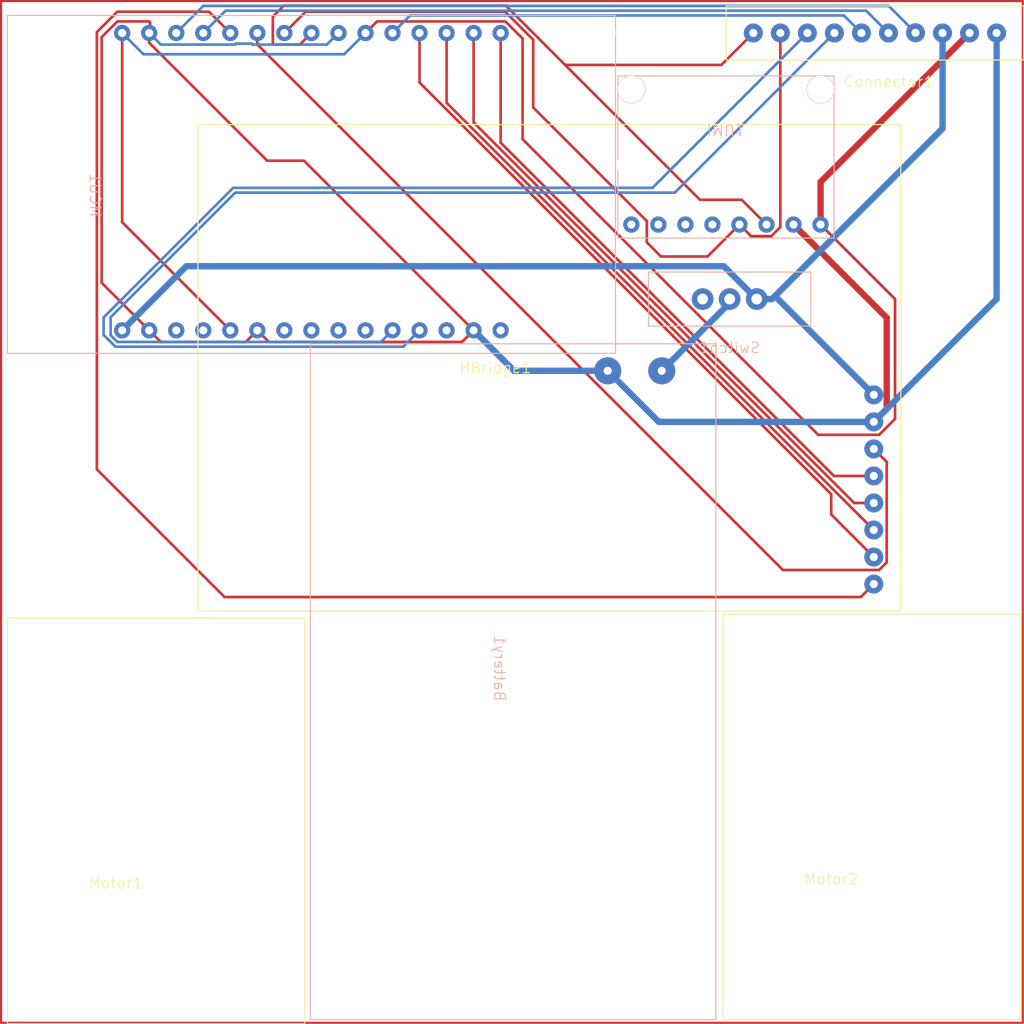
<source format=kicad_pcb>
(kicad_pcb (version 20221018) (generator pcbnew)
  (layers (0 "F.Cu" signal) (31 "B.Cu" signal) (34 "B.Paste" user) (35 "F.Paste" user) (36 "B.SilkS" user "B.Silkscreen") (37 "F.SilkS" user "F.Silkscreen") (38 "B.Mask" user) (39 "F.Mask" user) (44 "Edge.Cuts" user))
  (net 0 "")
  (net 1 "Net-(Battery1-Vin)")
  (net 2 "Net-(Battery1-GND)")
  (net 15 "Net-(Connector1-SDA)")
  (net 16 "Net-(Connector1-GPO10)")
  (net 17 "Net-(Connector1-GPIO9)")
  (net 18 "Net-(Connector1-GPIO2)")
  (net 19 "Net-(Connector1-GPIO3)")
  (net 20 "Net-(Connector1-GPIO1)")
  (net 21 "Net-(Connector1-Vin)")
  (net 22 "Net-(HBridge1-ENA)")
  (net 23 "Net-(HBridge1-IN1)")
  (net 24 "Net-(HBridge1-IN2)")
  (net 25 "Net-(HBridge1-IN3)")
  (net 26 "Net-(HBridge1-IN4)")
  (net 27 "Net-(HBridge1-ENB)")
  (net 28 "Net-(Connector1-SCL)")
  (net 29 "Net-(Connector1-3V)")
  (footprint "DX_rat:DX_motor_pos" (layer "F.Cu") (at 225 106)
    (fp_text reference "Motor2" (at 0 -0.5 unlocked) (layer "F.SilkS") (effects (font (thickness 0.1))))
    (fp_text value "~")
    (fp_rect (start -10.16 -25.4) (end 17.78 12.7) (stroke (width 0.1)) (fill none) (layer "F.SilkS"))
    (pad "" np_thru_hole oval (at -7.62 -20.32 90) (size 5.08 2.54) (drill oval 5.08 2.54) (layers "F&B.Cu" "*.Mask"))
    (pad "" np_thru_hole oval (at -7.62 7.62 90) (size 5.08 2.54) (drill oval 5.08 2.54) (layers "F&B.Cu" "*.Mask"))
    (pad "" np_thru_hole oval (at 15.24 -20.32 90) (size 5.08 2.54) (drill oval 5.08 2.54) (layers "F&B.Cu" "*.Mask"))
    (pad "" np_thru_hole oval (at 15.24 7.62 90) (size 5.08 2.54) (drill oval 5.08 2.54) (layers "F&B.Cu" "*.Mask"))
  )
  (footprint "DX_rat:DX_motor_pos" (layer "F.Cu") (at 157.76 106.38)
    (fp_text reference "Motor1" (at 0 -0.5 unlocked) (layer "F.SilkS") (effects (font (thickness 0.1))))
    (fp_text value "~")
    (fp_rect (start -10.16 -25.4) (end 17.78 12.7) (stroke (width 0.1)) (fill none) (layer "F.SilkS"))
    (pad "" np_thru_hole oval (at -7.62 -20.32 90) (size 5.08 2.54) (drill oval 5.08 2.54) (layers "F&B.Cu" "*.Mask"))
    (pad "" np_thru_hole oval (at -7.62 7.62 90) (size 5.08 2.54) (drill oval 5.08 2.54) (layers "F&B.Cu" "*.Mask"))
    (pad "" np_thru_hole oval (at 15.24 -20.32 90) (size 5.08 2.54) (drill oval 5.08 2.54) (layers "F&B.Cu" "*.Mask"))
    (pad "" np_thru_hole oval (at 15.24 7.62 90) (size 5.08 2.54) (drill oval 5.08 2.54) (layers "F&B.Cu" "*.Mask"))
  )
  (footprint "DX_rat:DX_10connector" (layer "F.Cu") (at 230.38 31.08)
    (fp_text reference "Connector1" (at 0 -0.5 unlocked) (layer "F.SilkS") (effects (font (thickness 0.1))))
    (fp_text value "~")
    (fp_rect (start -15.24 -7.62) (end 12.7 -2.54) (stroke (width 0.1)) (fill none) (layer "F.SilkS"))
    (pad "1" thru_hole circle (at -12.7 -5.08) (size 1.778 1.778) (drill 0.762) (layers "*.Cu" "*.Mask") (net 28 "Net-(Connector1-SCL)"))
    (pad "2" thru_hole circle (at -10.16 -5.08) (size 1.778 1.778) (drill 0.762) (layers "*.Cu" "*.Mask") (net 15 "Net-(Connector1-SDA)"))
    (pad "3" thru_hole circle (at -7.62 -5.08) (size 1.778 1.778) (drill 0.762) (layers "*.Cu" "*.Mask") (net 16 "Net-(Connector1-GPO10)"))
    (pad "4" thru_hole circle (at -5.08 -5.08) (size 1.778 1.778) (drill 0.762) (layers "*.Cu" "*.Mask") (net 17 "Net-(Connector1-GPIO9)"))
    (pad "5" thru_hole circle (at -2.54 -5.08) (size 1.778 1.778) (drill 0.762) (layers "*.Cu" "*.Mask") (net 18 "Net-(Connector1-GPIO2)"))
    (pad "6" thru_hole circle (at 0 -5.08) (size 1.778 1.778) (drill 0.762) (layers "*.Cu" "*.Mask") (net 19 "Net-(Connector1-GPIO3)"))
    (pad "7" thru_hole circle (at 2.54 -5.103215) (size 1.778 1.778) (drill 0.762) (layers "*.Cu" "*.Mask") (net 20 "Net-(Connector1-GPIO1)"))
    (pad "8" thru_hole circle (at 5.08 -5.08) (size 1.778 1.778) (drill 0.762) (layers "*.Cu" "*.Mask") (net 21 "Net-(Connector1-Vin)"))
    (pad "9" thru_hole circle (at 7.62 -5.08) (size 1.778 1.778) (drill 0.762) (layers "*.Cu" "*.Mask") (net 29 "Net-(Connector1-3V)"))
    (pad "10" thru_hole circle (at 10.16 -5.08) (size 1.778 1.778) (drill 0.762) (layers "*.Cu" "*.Mask" "Dwgs.User") (net 2 "Net-(Battery1-GND)"))
  )
  (footprint "DX_rat:DX_HBridge" (layer "F.Cu") (at 190.9 47.3)
    (fp_text reference "HBridge1" (at 2.54 10.16 unlocked) (layer "F.SilkS") (effects (font (thickness 0.1))))
    (fp_text value "~")
    (fp_rect (start -25.4 -12.7) (end 40.64 33.02) (stroke (width 0.1)) (fill none) (layer "F.SilkS"))
    (pad "" np_thru_hole circle (at -22.86 -8.89) (size 2.54 2.54) (drill 2.54) (layers "F&B.Cu" "*.Mask"))
    (pad "" np_thru_hole circle (at -22.86 29.21) (size 2.54 2.54) (drill 2.54) (layers "F&B.Cu" "*.Mask"))
    (pad "" np_thru_hole circle (at 15.24 -8.89) (size 2.54 2.54) (drill 2.54) (layers "F&B.Cu" "*.Mask"))
    (pad "1" thru_hole circle (at 38.1 12.7) (size 1.778 1.778) (drill 0.762) (layers "*.Cu" "*.Mask") (net 21 "Net-(Connector1-Vin)"))
    (pad "2" thru_hole circle (at 38.1 15.24) (size 1.778 1.778) (drill 0.762) (layers "*.Cu" "*.Mask") (net 2 "Net-(Battery1-GND)"))
    (pad "3" thru_hole circle (at 38.1 17.78) (size 1.778 1.778) (drill 0.762) (layers "*.Cu" "*.Mask") (net 22 "Net-(HBridge1-ENA)"))
    (pad "4" thru_hole circle (at 38.1 20.32) (size 1.778 1.778) (drill 0.762) (layers "*.Cu" "*.Mask") (net 23 "Net-(HBridge1-IN1)"))
    (pad "5" thru_hole circle (at 38.1 22.86) (size 1.778 1.778) (drill 0.762) (layers "*.Cu" "*.Mask") (net 24 "Net-(HBridge1-IN2)"))
    (pad "6" thru_hole circle (at 38.1 25.4) (size 1.778 1.778) (drill 0.762) (layers "*.Cu" "*.Mask") (net 25 "Net-(HBridge1-IN3)"))
    (pad "7" thru_hole circle (at 38.1 27.94) (size 1.778 1.778) (drill 0.762) (layers "*.Cu" "*.Mask") (net 26 "Net-(HBridge1-IN4)"))
    (pad "8" thru_hole circle (at 38.1 30.48) (size 1.778 1.778) (drill 0.762) (layers "*.Cu" "*.Mask") (net 27 "Net-(HBridge1-ENB)"))
  )
  (footprint "DX_rat:DX_imu" (layer "B.Cu") (at 213.84 38.92)
    (fp_text reference "IMU1" (at 1.27 -3.81 180 unlocked) (layer "B.SilkS") (effects (font (thickness 0.1)) (justify mirror)))
    (fp_text value "~")
    (fp_rect (start -8.89 6.35) (end 11.43 -8.89) (stroke (width 0.1)) (fill none) (layer "B.SilkS"))
    (fp_circle (center -7.62 -7.62) (end -7.62 -8.89) (stroke (width 0.1)) (fill none) (layer "B.SilkS"))
    (fp_circle (center 10.16 -7.62) (end 11.43 -7.62) (stroke (width 0.1)) (fill none) (layer "B.SilkS"))
    (pad "" np_thru_hole circle (at -7.62 -7.62) (size 2.54 2.54) (drill 2.54) (layers "F&B.Cu" "*.Mask"))
    (pad "" np_thru_hole circle (at 10.16 -7.62) (size 2.54 2.54) (drill 2.54) (layers "F&B.Cu" "*.Mask"))
    (pad "1" thru_hole circle (at -7.62 5.08) (size 1.524 1.524) (drill 0.762) (layers "*.Cu" "*.Mask"))
    (pad "2" thru_hole circle (at -5.08 5.08) (size 1.524 1.524) (drill 0.762) (layers "*.Cu" "*.Mask"))
    (pad "3" thru_hole circle (at -2.54 5.08) (size 1.524 1.524) (drill 0.762) (layers "*.Cu" "*.Mask"))
    (pad "4" thru_hole circle (at 0 5.08) (size 1.524 1.524) (drill 0.762) (layers "*.Cu" "*.Mask"))
    (pad "5" thru_hole circle (at 2.54 5.08) (size 1.524 1.524) (drill 0.762) (layers "*.Cu" "*.Mask") (net 15 "Net-(Connector1-SDA)"))
    (pad "6" thru_hole circle (at 5.08 5.08) (size 1.524 1.524) (drill 0.762) (layers "*.Cu" "*.Mask") (net 28 "Net-(Connector1-SCL)"))
    (pad "7" thru_hole circle (at 7.62 5.08) (size 1.524 1.524) (drill 0.762) (layers "*.Cu" "*.Mask") (net 2 "Net-(Battery1-GND)"))
    (pad "8" thru_hole circle (at 10.16 5.08) (size 1.524 1.524) (drill 0.762) (layers "*.Cu" "*.Mask") (net 29 "Net-(Connector1-3V)"))
  )
  (footprint "DX_rat:DX_Switch" (layer "B.Cu") (at 215.46 56.08 180)
    (fp_text reference "Switch1" (at 0 0.5 unlocked) (layer "B.SilkS") (effects (font (thickness 0.1)) (justify mirror)))
    (fp_text value "~")
    (fp_rect (start -7.62 2.54) (end 7.62 7.62) (stroke (width 0.1)) (fill none) (layer "B.SilkS"))
    (pad "1" thru_hole circle (at -2.54 5.08 180) (size 2.032 2.032) (drill 1.016) (layers "*.Cu" "*.Mask") (net 21 "Net-(Connector1-Vin)"))
    (pad "2" thru_hole circle (at 0 5.08 180) (size 2.032 2.032) (drill 1.016) (layers "*.Cu" "*.Mask") (net 1 "Net-(Battery1-Vin)"))
    (pad "3" thru_hole circle (at 2.54 5.08 180) (size 2.032 2.032) (drill 1.016) (layers "*.Cu" "*.Mask"))
  )
  (footprint "DX_rat:DX_battery" (layer "B.Cu") (at 204 106 90)
    (fp_text reference "Battery1" (at 20.32 -10.16 270 unlocked) (layer "B.SilkS") (effects (font (thickness 0.1)) (justify mirror)))
    (fp_text value "~")
    (fp_rect (start -12.7 10.16) (end 50.8 -27.94) (stroke (width 0.1)) (fill none) (layer "B.SilkS"))
    (pad "" np_thru_hole oval (at 0 -25.4 90) (size 5.08 2.54) (drill oval 5.08 2.54) (layers "F&B.Cu" "*.Mask"))
    (pad "" np_thru_hole oval (at 0 7.62 90) (size 5.08 2.54) (drill oval 5.08 2.54) (layers "F&B.Cu" "*.Mask"))
    (pad "" np_thru_hole oval (at 30.48 -25.4 90) (size 5.08 2.54) (drill oval 5.08 2.54) (layers "F&B.Cu" "*.Mask"))
    (pad "" np_thru_hole oval (at 30.48 7.62 90) (size 5.08 2.54) (drill oval 5.08 2.54) (layers "F&B.Cu" "*.Mask"))
    (pad "1" thru_hole circle (at 48.26 5.08 90) (size 2.54 2.54) (drill 0.762) (layers "*.Cu" "*.Mask") (net 1 "Net-(Battery1-Vin)"))
    (pad "2" thru_hole circle (at 48.26 0 90) (size 2.54 2.54) (drill 0.762) (layers "*.Cu" "*.Mask") (net 2 "Net-(Battery1-GND)"))
  )
  (footprint "DX_rat:DX_nodemcu" (layer "B.Cu") (at 168.54 46.32 90)
    (fp_text reference "MCU1" (at 5.08 -12.7 270 unlocked) (layer "B.SilkS") (effects (font (thickness 0.1)) (justify mirror)))
    (fp_text value "~")
    (fp_rect (start -9.779 36.195) (end 21.971 -20.955) (stroke (width 0.1)) (fill none) (layer "B.SilkS"))
    (pad "" np_thru_hole circle (at -8.382 -19.6088 90) (size 2.54 2.54) (drill 2.54) (layers "F&B.Cu" "*.Mask"))
    (pad "" np_thru_hole circle (at 20.32 34.925 90) (size 2.54 2.54) (drill 2.54) (layers "F&B.Cu" "*.Mask"))
    (pad "" np_thru_hole circle (at 20.574 -19.558 90) (size 2.54 2.54) (drill 2.54) (layers "F&B.Cu" "*.Mask"))
    (pad "1" thru_hole circle (at -7.62 25.4 90) (size 1.524 1.524) (drill 0.762) (layers "*.Cu" "*.Mask"))
    (pad "2" thru_hole circle (at -7.62 22.86 90) (size 1.524 1.524) (drill 0.762) (layers "*.Cu" "*.Mask") (net 2 "Net-(Battery1-GND)"))
    (pad "3" thru_hole circle (at -7.62 20.32 90) (size 1.524 1.524) (drill 0.762) (layers "*.Cu" "*.Mask"))
    (pad "4" thru_hole circle (at -7.62 17.78 90) (size 1.524 1.524) (drill 0.762) (layers "*.Cu" "*.Mask") (net 16 "Net-(Connector1-GPO10)"))
    (pad "5" thru_hole circle (at -7.62 15.24 90) (size 1.524 1.524) (drill 0.762) (layers "*.Cu" "*.Mask") (net 17 "Net-(Connector1-GPIO9)"))
    (pad "6" thru_hole circle (at -7.62 12.7 90) (size 1.524 1.524) (drill 0.762) (layers "*.Cu" "*.Mask"))
    (pad "7" thru_hole circle (at -7.62 10.16 90) (size 1.524 1.524) (drill 0.762) (layers "*.Cu" "*.Mask"))
    (pad "8" thru_hole circle (at -7.62 7.62 90) (size 1.524 1.524) (drill 0.762) (layers "*.Cu" "*.Mask"))
    (pad "9" thru_hole circle (at -7.62 5.08 90) (size 1.524 1.524) (drill 0.762) (layers "*.Cu" "*.Mask"))
    (pad "10" thru_hole circle (at -7.62 2.54 90) (size 1.524 1.524) (drill 0.762) (layers "*.Cu" "*.Mask") (net 2 "Net-(Battery1-GND)"))
    (pad "11" thru_hole circle (at -7.62 0 90) (size 1.524 1.524) (drill 0.762) (layers "*.Cu" "*.Mask") (net 29 "Net-(Connector1-3V)"))
    (pad "12" thru_hole circle (at -7.62 -2.54 90) (size 1.524 1.524) (drill 0.762) (layers "*.Cu" "*.Mask"))
    (pad "13" thru_hole circle (at -7.62 -5.08 90) (size 1.524 1.524) (drill 0.762) (layers "*.Cu" "*.Mask"))
    (pad "14" thru_hole circle (at -7.62 -7.62 90) (size 1.524 1.524) (drill 0.762) (layers "*.Cu" "*.Mask") (net 2 "Net-(Battery1-GND)"))
    (pad "15" thru_hole circle (at -7.62 -10.16 90) (size 1.524 1.524) (drill 0.762) (layers "*.Cu" "*.Mask") (net 21 "Net-(Connector1-Vin)"))
    (pad "16" thru_hole circle (at 20.32 25.4 90) (size 1.524 1.524) (drill 0.762) (layers "*.Cu" "*.Mask") (net 23 "Net-(HBridge1-IN1)"))
    (pad "17" thru_hole circle (at 20.32 22.86 90) (size 1.524 1.524) (drill 0.762) (layers "*.Cu" "*.Mask") (net 24 "Net-(HBridge1-IN2)"))
    (pad "18" thru_hole circle (at 20.32 20.32 90) (size 1.524 1.524) (drill 0.762) (layers "*.Cu" "*.Mask") (net 25 "Net-(HBridge1-IN3)"))
    (pad "19" thru_hole circle (at 20.32 17.78 90) (size 1.524 1.524) (drill 0.762) (layers "*.Cu" "*.Mask") (net 26 "Net-(HBridge1-IN4)"))
    (pad "20" thru_hole circle (at 20.32 15.24 90) (size 1.524 1.524) (drill 0.762) (layers "*.Cu" "*.Mask") (net 18 "Net-(Connector1-GPIO2)"))
    (pad "21" thru_hole circle (at 20.32 12.7 90) (size 1.524 1.524) (drill 0.762) (layers "*.Cu" "*.Mask") (net 29 "Net-(Connector1-3V)"))
    (pad "22" thru_hole circle (at 20.32 10.16 90) (size 1.524 1.524) (drill 0.762) (layers "*.Cu" "*.Mask") (net 2 "Net-(Battery1-GND)"))
    (pad "23" thru_hole circle (at 20.32 7.62 90) (size 1.524 1.524) (drill 0.762) (layers "*.Cu" "*.Mask") (net 28 "Net-(Connector1-SCL)"))
    (pad "24" thru_hole circle (at 20.32 5.08 90) (size 1.524 1.524) (drill 0.762) (layers "*.Cu" "*.Mask") (net 15 "Net-(Connector1-SDA)"))
    (pad "25" thru_hole circle (at 20.32 2.54 90) (size 1.524 1.524) (drill 0.762) (layers "*.Cu" "*.Mask") (net 22 "Net-(HBridge1-ENA)"))
    (pad "26" thru_hole circle (at 20.32 0 90) (size 1.524 1.524) (drill 0.762) (layers "*.Cu" "*.Mask") (net 27 "Net-(HBridge1-ENB)"))
    (pad "27" thru_hole circle (at 20.32 -2.54 90) (size 1.524 1.524) (drill 0.762) (layers "*.Cu" "*.Mask") (net 19 "Net-(Connector1-GPIO3)"))
    (pad "28" thru_hole circle (at 20.32 -5.08 90) (size 1.524 1.524) (drill 0.762) (layers "*.Cu" "*.Mask") (net 20 "Net-(Connector1-GPIO1)"))
    (pad "29" thru_hole circle (at 20.32 -7.62 90) (size 1.524 1.524) (drill 0.762) (layers "*.Cu" "*.Mask") (net 2 "Net-(Battery1-GND)"))
    (pad "30" thru_hole circle (at 20.32 -10.16 90) (size 1.524 1.524) (drill 0.762) (layers "*.Cu" "*.Mask") (net 29 "Net-(Connector1-3V)"))
  )
  (gr_rect (start 147 23) (end 243 119) (stroke (width 0.2)) (fill none) (layer "F.Cu"))
  (segment (start 215.46 51.36) (end 215.46 51) (width 0.25) (layer "B.Cu") (net 1))
  (segment (start 209.08 57.74) (end 215.46 51.36) (width 0.6) (layer "B.Cu") (net 1))
  (segment (start 161 25) (end 161 25.92) (width 0.25) (layer "F.Cu") (net 2))
  (segment (start 160.913 24.913) (end 161 25) (width 0.25) (layer "F.Cu") (net 2))
  (segment (start 175.46 38) (end 191.4 53.94) (width 0.25) (layer "F.Cu") (net 2))
  (segment (start 169.993 55.027) (end 171.08 53.94) (width 0.25) (layer "F.Cu") (net 2))
  (segment (start 190.313 55.027) (end 191.4 53.94) (width 0.25) (layer "F.Cu") (net 2))
  (segment (start 172 38) (end 175.46 38) (width 0.25) (layer "F.Cu") (net 2))
  (segment (start 160.92 26.92) (end 172 38) (width 0.25) (layer "F.Cu") (net 2))
  (segment (start 157.929749 24.913) (end 160.913 24.913) (width 0.25) (layer "F.Cu") (net 2))
  (segment (start 230.214 61.326) (end 229 62.54) (width 0.6) (layer "F.Cu") (net 2))
  (segment (start 156.45 26.392749) (end 157.929749 24.913) (width 0.25) (layer "F.Cu") (net 2))
  (segment (start 160.92 53.94) (end 162.007 55.027) (width 0.25) (layer "F.Cu") (net 2))
  (segment (start 160.92 26) (end 160.92 26.92) (width 0.25) (layer "F.Cu") (net 2))
  (segment (start 156.45 49.47) (end 156.45 26.392749) (width 0.25) (layer "F.Cu") (net 2))
  (segment (start 162.007 55.027) (end 169.993 55.027) (width 0.25) (layer "F.Cu") (net 2))
  (segment (start 161 25.92) (end 160.92 26) (width 0.25) (layer "F.Cu") (net 2))
  (segment (start 230.214 52.754) (end 230.214 61.326) (width 0.6) (layer "F.Cu") (net 2))
  (segment (start 160.92 53.94) (end 156.45 49.47) (width 0.25) (layer "F.Cu") (net 2))
  (segment (start 172.167 55.027) (end 190.313 55.027) (width 0.25) (layer "F.Cu") (net 2))
  (segment (start 171.08 53.94) (end 172.167 55.027) (width 0.25) (layer "F.Cu") (net 2))
  (segment (start 221.46 44) (end 230.214 52.754) (width 0.6) (layer "F.Cu") (net 2))
  (segment (start 240.54 51) (end 240.54 26) (width 0.6) (layer "B.Cu") (net 2))
  (segment (start 169.077251 27) (end 168.990251 27.087) (width 0.25) (layer "B.Cu") (net 2))
  (segment (start 204 57.74) (end 208.8 62.54) (width 0.6) (layer "B.Cu") (net 2))
  (segment (start 170.629749 27.087) (end 170.542749 27) (width 0.25) (layer "B.Cu") (net 2))
  (segment (start 229 62.54) (end 240.54 51) (width 0.6) (layer "B.Cu") (net 2))
  (segment (start 178.7 26) (end 177.613 27.087) (width 0.25) (layer "B.Cu") (net 2))
  (segment (start 162.007 27.087) (end 160.92 26) (width 0.25) (layer "B.Cu") (net 2))
  (segment (start 195.2 57.74) (end 191.4 53.94) (width 0.6) (layer "B.Cu") (net 2))
  (segment (start 177.613 27.087) (end 170.629749 27.087) (width 0.25) (layer "B.Cu") (net 2))
  (segment (start 204 57.74) (end 195.2 57.74) (width 0.6) (layer "B.Cu") (net 2))
  (segment (start 170.542749 27) (end 169.077251 27) (width 0.25) (layer "B.Cu") (net 2))
  (segment (start 208.8 62.54) (end 229 62.54) (width 0.6) (layer "B.Cu") (net 2))
  (segment (start 168.990251 27.087) (end 162.007 27.087) (width 0.25) (layer "B.Cu") (net 2))
  (segment (start 220.22 26) (end 220.22 44.237251) (width 0.25) (layer "F.Cu") (net 15))
  (segment (start 217.467 45.087) (end 216.38 44) (width 0.25) (layer "F.Cu") (net 15))
  (segment (start 219.370251 45.087) (end 217.467 45.087) (width 0.25) (layer "F.Cu") (net 15))
  (segment (start 197 26.636396) (end 194.363604 24) (width 0.25) (layer "F.Cu") (net 15))
  (segment (start 209 47) (end 207.673 45.673) (width 0.25) (layer "F.Cu") (net 15))
  (segment (start 207.673 45.673) (end 207.673 43.673) (width 0.25) (layer "F.Cu") (net 15))
  (segment (start 194.363604 24) (end 175.62 24) (width 0.25) (layer "F.Cu") (net 15))
  (segment (start 213.38 47) (end 209 47) (width 0.25) (layer "F.Cu") (net 15))
  (segment (start 175.62 24) (end 173.62 26) (width 0.25) (layer "F.Cu") (net 15))
  (segment (start 216.38 44) (end 213.38 47) (width 0.25) (layer "F.Cu") (net 15))
  (segment (start 197 33) (end 197 26.636396) (width 0.25) (layer "F.Cu") (net 15))
  (segment (start 220.22 44.237251) (end 219.370251 45.087) (width 0.25) (layer "F.Cu") (net 15))
  (segment (start 207.673 43.673) (end 197 33) (width 0.25) (layer "F.Cu") (net 15))
  (segment (start 168.813604 40.55) (end 156.636396 52.727208) (width 0.25) (layer "B.Cu") (net 16))
  (segment (start 157.743353 55.477) (end 184.783 55.477) (width 0.25) (layer "B.Cu") (net 16))
  (segment (start 222.76 26) (end 208.21 40.55) (width 0.25) (layer "B.Cu") (net 16))
  (segment (start 184.783 55.477) (end 186.32 53.94) (width 0.25) (layer "B.Cu") (net 16))
  (segment (start 208.21 40.55) (end 168.813604 40.55) (width 0.25) (layer "B.Cu") (net 16))
  (segment (start 156.636396 54.370043) (end 157.743353 55.477) (width 0.25) (layer "B.Cu") (net 16))
  (segment (start 156.636396 52.727208) (end 156.636396 54.370043) (width 0.25) (layer "B.Cu") (net 16))
  (segment (start 225.3 26) (end 210.3 41) (width 0.25) (layer "B.Cu") (net 17))
  (segment (start 169 41) (end 157.293 52.707) (width 0.25) (layer "B.Cu") (net 17))
  (segment (start 182.693 55.027) (end 183.78 53.94) (width 0.25) (layer "B.Cu") (net 17))
  (segment (start 157.929749 55.027) (end 182.693 55.027) (width 0.25) (layer "B.Cu") (net 17))
  (segment (start 157.293 54.390251) (end 157.929749 55.027) (width 0.25) (layer "B.Cu") (net 17))
  (segment (start 157.293 52.707) (end 157.293 54.390251) (width 0.25) (layer "B.Cu") (net 17))
  (segment (start 210.3 41) (end 169 41) (width 0.25) (layer "B.Cu") (net 17))
  (segment (start 227.84 26) (end 226.195 24.355) (width 0.25) (layer "B.Cu") (net 18))
  (segment (start 185.425 24.355) (end 183.78 26) (width 0.25) (layer "B.Cu") (net 18))
  (segment (start 226.195 24.355) (end 185.425 24.355) (width 0.25) (layer "B.Cu") (net 18))
  (segment (start 230.38 26) (end 228.285 23.905) (width 0.25) (layer "B.Cu") (net 19))
  (segment (start 168.095 23.905) (end 166 26) (width 0.25) (layer "B.Cu") (net 19))
  (segment (start 228.285 23.905) (end 168.095 23.905) (width 0.25) (layer "B.Cu") (net 19))
  (segment (start 230.398215 23.455) (end 166.005 23.455) (width 0.25) (layer "B.Cu") (net 20))
  (segment (start 232.92 25.976785) (end 230.398215 23.455) (width 0.25) (layer "B.Cu") (net 20))
  (segment (start 166.005 23.455) (end 163.46 26) (width 0.25) (layer "B.Cu") (net 20))
  (segment (start 218 51) (end 220 51) (width 0.25) (layer "B.Cu") (net 21))
  (segment (start 164.404329 47.915671) (end 158.38 53.94) (width 0.6) (layer "B.Cu") (net 21))
  (segment (start 219.43684 51) (end 235.46 34.97684) (width 0.6) (layer "B.Cu") (net 21))
  (segment (start 214.915671 47.915671) (end 164.404329 47.915671) (width 0.6) (layer "B.Cu") (net 21))
  (segment (start 218 51) (end 214.915671 47.915671) (width 0.6) (layer "B.Cu") (net 21))
  (segment (start 218 51) (end 219.43684 51) (width 0.6) (layer "B.Cu") (net 21))
  (segment (start 235.46 34.97684) (end 235.46 26) (width 0.6) (layer "B.Cu") (net 21))
  (segment (start 220 51) (end 229 60) (width 0.6) (layer "B.Cu") (net 21))
  (segment (start 229 65.08) (end 230.214 66.294) (width 0.25) (layer "F.Cu") (net 22))
  (segment (start 230.214 66.294) (end 230.214 75.742856) (width 0.25) (layer "F.Cu") (net 22))
  (segment (start 171.08 27.08) (end 171.08 26) (width 0.25) (layer "F.Cu") (net 22))
  (segment (start 230.214 75.742856) (end 229.502856 76.454) (width 0.25) (layer "F.Cu") (net 22))
  (segment (start 229.502856 76.454) (end 220.454 76.454) (width 0.25) (layer "F.Cu") (net 22))
  (segment (start 220.454 76.454) (end 171.08 27.08) (width 0.25) (layer "F.Cu") (net 22))
  (segment (start 193.94 36.303604) (end 193.94 26) (width 0.25) (layer "F.Cu") (net 23))
  (segment (start 225.256396 67.62) (end 193.94 36.303604) (width 0.25) (layer "F.Cu") (net 23))
  (segment (start 229 67.62) (end 225.256396 67.62) (width 0.25) (layer "F.Cu") (net 23))
  (segment (start 191.4 34.4) (end 191.4 26) (width 0.25) (layer "F.Cu") (net 24))
  (segment (start 227.16 70.16) (end 191.4 34.4) (width 0.25) (layer "F.Cu") (net 24))
  (segment (start 229 70.16) (end 227.16 70.16) (width 0.25) (layer "F.Cu") (net 24))
  (segment (start 188.86 32.56) (end 188.86 26) (width 0.25) (layer "F.Cu") (net 25))
  (segment (start 229 72.7) (end 188.86 32.56) (width 0.25) (layer "F.Cu") (net 25))
  (segment (start 229 75.24) (end 225 71.24) (width 0.25) (layer "F.Cu") (net 26))
  (segment (start 225 71.24) (end 225 69.336396) (width 0.25) (layer "F.Cu") (net 26))
  (segment (start 186.32 30.656396) (end 186.32 26) (width 0.25) (layer "F.Cu") (net 26))
  (segment (start 225 69.336396) (end 186.32 30.656396) (width 0.25) (layer "F.Cu") (net 26))
  (segment (start 227.78 79) (end 168 79) (width 0.25) (layer "F.Cu") (net 27))
  (segment (start 156 67) (end 156 25.921374) (width 0.25) (layer "F.Cu") (net 27))
  (segment (start 157.921374 24) (end 166.54 24) (width 0.25) (layer "F.Cu") (net 27))
  (segment (start 156 25.921374) (end 157.921374 24) (width 0.25) (layer "F.Cu") (net 27))
  (segment (start 166.54 24) (end 168.54 26) (width 0.25) (layer "F.Cu") (net 27))
  (segment (start 229 77.78) (end 227.78 79) (width 0.25) (layer "F.Cu") (net 27))
  (segment (start 168 79) (end 156 67) (width 0.25) (layer "F.Cu") (net 27))
  (segment (start 216.593619 41.673619) (end 212.673619 41.673619) (width 0.25) (layer "F.Cu") (net 28))
  (segment (start 217.68 26) (end 214.68 29) (width 0.25) (layer "F.Cu") (net 28))
  (segment (start 200 29) (end 194.425 23.425) (width 0.25) (layer "F.Cu") (net 28))
  (segment (start 214.68 29) (end 200 29) (width 0.25) (layer "F.Cu") (net 28))
  (segment (start 175.073 27.087) (end 176.16 26) (width 0.25) (layer "F.Cu") (net 28))
  (segment (start 218.92 44) (end 216.593619 41.673619) (width 0.25) (layer "F.Cu") (net 28))
  (segment (start 173.575 23.425) (end 172.533 24.467) (width 0.25) (layer "F.Cu") (net 28))
  (segment (start 172.533 27) (end 172.62 27.087) (width 0.25) (layer "F.Cu") (net 28))
  (segment (start 172.533 24.467) (end 172.533 27) (width 0.25) (layer "F.Cu") (net 28))
  (segment (start 172.62 27.087) (end 175.073 27.087) (width 0.25) (layer "F.Cu") (net 28))
  (segment (start 194.425 23.425) (end 173.575 23.425) (width 0.25) (layer "F.Cu") (net 28))
  (segment (start 212.673619 41.673619) (end 200 29) (width 0.25) (layer "F.Cu") (net 28))
  (segment (start 182.327 24.913) (end 194.390251 24.913) (width 0.25) (layer "F.Cu") (net 29))
  (segment (start 224 44) (end 224 40) (width 0.6) (layer "F.Cu") (net 29))
  (segment (start 231 62.256856) (end 231 51) (width 0.25) (layer "F.Cu") (net 29))
  (segment (start 224 40) (end 238 26) (width 0.6) (layer "F.Cu") (net 29))
  (segment (start 196 26.522749) (end 196 35.976461) (width 0.25) (layer "F.Cu") (net 29))
  (segment (start 231 51) (end 224 44) (width 0.25) (layer "F.Cu") (net 29))
  (segment (start 229.502856 63.754) (end 231 62.256856) (width 0.25) (layer "F.Cu") (net 29))
  (segment (start 181.24 26) (end 182.327 24.913) (width 0.25) (layer "F.Cu") (net 29))
  (segment (start 158.38 26) (end 158.38 43.78) (width 0.25) (layer "F.Cu") (net 29))
  (segment (start 196 35.976461) (end 223.777539 63.754) (width 0.25) (layer "F.Cu") (net 29))
  (segment (start 223.777539 63.754) (end 229.502856 63.754) (width 0.25) (layer "F.Cu") (net 29))
  (segment (start 158.38 43.78) (end 168.54 53.94) (width 0.25) (layer "F.Cu") (net 29))
  (segment (start 194.390251 24.913) (end 196 26.522749) (width 0.25) (layer "F.Cu") (net 29))
  (segment (start 158.38 26) (end 160.38 28) (width 0.25) (layer "B.Cu") (net 29))
  (segment (start 160.38 28) (end 179.24 28) (width 0.25) (layer "B.Cu") (net 29))
  (segment (start 179.24 28) (end 181.24 26) (width 0.25) (layer "B.Cu") (net 29))
)
</source>
